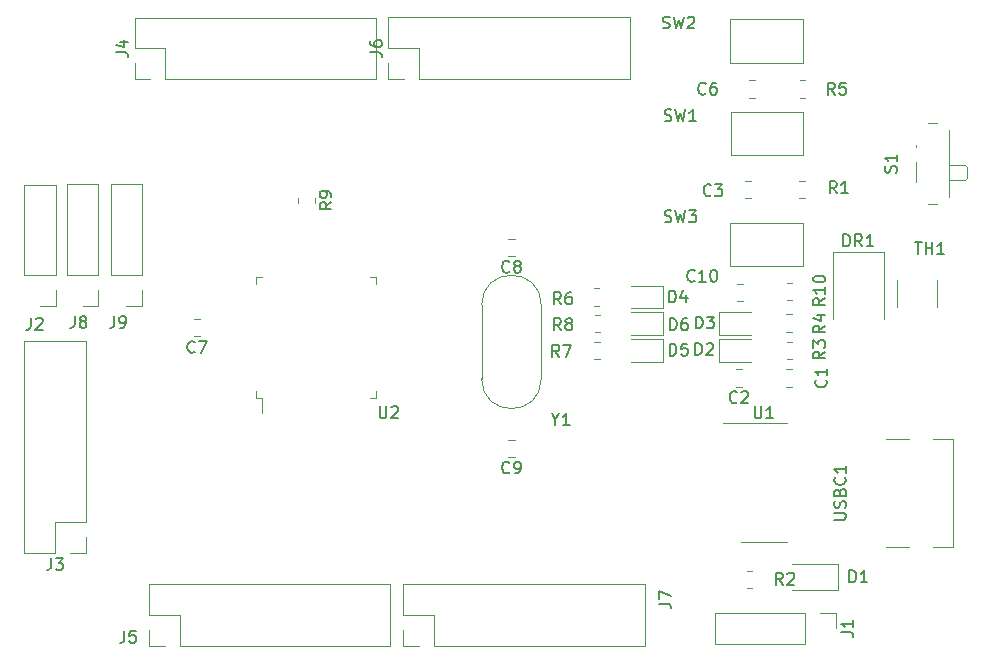
<source format=gbr>
%TF.GenerationSoftware,KiCad,Pcbnew,(6.0.4)*%
%TF.CreationDate,2022-05-14T14:59:47+08:00*%
%TF.ProjectId,51,35312e6b-6963-4616-945f-706362585858,rev?*%
%TF.SameCoordinates,Original*%
%TF.FileFunction,Legend,Top*%
%TF.FilePolarity,Positive*%
%FSLAX46Y46*%
G04 Gerber Fmt 4.6, Leading zero omitted, Abs format (unit mm)*
G04 Created by KiCad (PCBNEW (6.0.4)) date 2022-05-14 14:59:47*
%MOMM*%
%LPD*%
G01*
G04 APERTURE LIST*
%ADD10C,0.150000*%
%ADD11C,0.120000*%
G04 APERTURE END LIST*
D10*
%TO.C,TH1*%
X166814285Y-84652380D02*
X167385714Y-84652380D01*
X167100000Y-85652380D02*
X167100000Y-84652380D01*
X167719047Y-85652380D02*
X167719047Y-84652380D01*
X167719047Y-85128571D02*
X168290476Y-85128571D01*
X168290476Y-85652380D02*
X168290476Y-84652380D01*
X169290476Y-85652380D02*
X168719047Y-85652380D01*
X169004761Y-85652380D02*
X169004761Y-84652380D01*
X168909523Y-84795238D01*
X168814285Y-84890476D01*
X168719047Y-84938095D01*
%TO.C,C7*%
X105833333Y-93937142D02*
X105785714Y-93984761D01*
X105642857Y-94032380D01*
X105547619Y-94032380D01*
X105404761Y-93984761D01*
X105309523Y-93889523D01*
X105261904Y-93794285D01*
X105214285Y-93603809D01*
X105214285Y-93460952D01*
X105261904Y-93270476D01*
X105309523Y-93175238D01*
X105404761Y-93080000D01*
X105547619Y-93032380D01*
X105642857Y-93032380D01*
X105785714Y-93080000D01*
X105833333Y-93127619D01*
X106166666Y-93032380D02*
X106833333Y-93032380D01*
X106404761Y-94032380D01*
%TO.C,D2*%
X148224404Y-94202380D02*
X148224404Y-93202380D01*
X148462500Y-93202380D01*
X148605357Y-93250000D01*
X148700595Y-93345238D01*
X148748214Y-93440476D01*
X148795833Y-93630952D01*
X148795833Y-93773809D01*
X148748214Y-93964285D01*
X148700595Y-94059523D01*
X148605357Y-94154761D01*
X148462500Y-94202380D01*
X148224404Y-94202380D01*
X149176785Y-93297619D02*
X149224404Y-93250000D01*
X149319642Y-93202380D01*
X149557738Y-93202380D01*
X149652976Y-93250000D01*
X149700595Y-93297619D01*
X149748214Y-93392857D01*
X149748214Y-93488095D01*
X149700595Y-93630952D01*
X149129166Y-94202380D01*
X149748214Y-94202380D01*
%TO.C,C10*%
X148157142Y-87907142D02*
X148109523Y-87954761D01*
X147966666Y-88002380D01*
X147871428Y-88002380D01*
X147728571Y-87954761D01*
X147633333Y-87859523D01*
X147585714Y-87764285D01*
X147538095Y-87573809D01*
X147538095Y-87430952D01*
X147585714Y-87240476D01*
X147633333Y-87145238D01*
X147728571Y-87050000D01*
X147871428Y-87002380D01*
X147966666Y-87002380D01*
X148109523Y-87050000D01*
X148157142Y-87097619D01*
X149109523Y-88002380D02*
X148538095Y-88002380D01*
X148823809Y-88002380D02*
X148823809Y-87002380D01*
X148728571Y-87145238D01*
X148633333Y-87240476D01*
X148538095Y-87288095D01*
X149728571Y-87002380D02*
X149823809Y-87002380D01*
X149919047Y-87050000D01*
X149966666Y-87097619D01*
X150014285Y-87192857D01*
X150061904Y-87383333D01*
X150061904Y-87621428D01*
X150014285Y-87811904D01*
X149966666Y-87907142D01*
X149919047Y-87954761D01*
X149823809Y-88002380D01*
X149728571Y-88002380D01*
X149633333Y-87954761D01*
X149585714Y-87907142D01*
X149538095Y-87811904D01*
X149490476Y-87621428D01*
X149490476Y-87383333D01*
X149538095Y-87192857D01*
X149585714Y-87097619D01*
X149633333Y-87050000D01*
X149728571Y-87002380D01*
%TO.C,C1*%
X159257142Y-96316666D02*
X159304761Y-96364285D01*
X159352380Y-96507142D01*
X159352380Y-96602380D01*
X159304761Y-96745238D01*
X159209523Y-96840476D01*
X159114285Y-96888095D01*
X158923809Y-96935714D01*
X158780952Y-96935714D01*
X158590476Y-96888095D01*
X158495238Y-96840476D01*
X158400000Y-96745238D01*
X158352380Y-96602380D01*
X158352380Y-96507142D01*
X158400000Y-96364285D01*
X158447619Y-96316666D01*
X159352380Y-95364285D02*
X159352380Y-95935714D01*
X159352380Y-95650000D02*
X158352380Y-95650000D01*
X158495238Y-95745238D01*
X158590476Y-95840476D01*
X158638095Y-95935714D01*
%TO.C,D5*%
X146049404Y-94252380D02*
X146049404Y-93252380D01*
X146287500Y-93252380D01*
X146430357Y-93300000D01*
X146525595Y-93395238D01*
X146573214Y-93490476D01*
X146620833Y-93680952D01*
X146620833Y-93823809D01*
X146573214Y-94014285D01*
X146525595Y-94109523D01*
X146430357Y-94204761D01*
X146287500Y-94252380D01*
X146049404Y-94252380D01*
X147525595Y-93252380D02*
X147049404Y-93252380D01*
X147001785Y-93728571D01*
X147049404Y-93680952D01*
X147144642Y-93633333D01*
X147382738Y-93633333D01*
X147477976Y-93680952D01*
X147525595Y-93728571D01*
X147573214Y-93823809D01*
X147573214Y-94061904D01*
X147525595Y-94157142D01*
X147477976Y-94204761D01*
X147382738Y-94252380D01*
X147144642Y-94252380D01*
X147049404Y-94204761D01*
X147001785Y-94157142D01*
%TO.C,R2*%
X155633333Y-113652380D02*
X155300000Y-113176190D01*
X155061904Y-113652380D02*
X155061904Y-112652380D01*
X155442857Y-112652380D01*
X155538095Y-112700000D01*
X155585714Y-112747619D01*
X155633333Y-112842857D01*
X155633333Y-112985714D01*
X155585714Y-113080952D01*
X155538095Y-113128571D01*
X155442857Y-113176190D01*
X155061904Y-113176190D01*
X156014285Y-112747619D02*
X156061904Y-112700000D01*
X156157142Y-112652380D01*
X156395238Y-112652380D01*
X156490476Y-112700000D01*
X156538095Y-112747619D01*
X156585714Y-112842857D01*
X156585714Y-112938095D01*
X156538095Y-113080952D01*
X155966666Y-113652380D01*
X156585714Y-113652380D01*
%TO.C,USBC1*%
X159972380Y-108138095D02*
X160781904Y-108138095D01*
X160877142Y-108090476D01*
X160924761Y-108042857D01*
X160972380Y-107947619D01*
X160972380Y-107757142D01*
X160924761Y-107661904D01*
X160877142Y-107614285D01*
X160781904Y-107566666D01*
X159972380Y-107566666D01*
X160924761Y-107138095D02*
X160972380Y-106995238D01*
X160972380Y-106757142D01*
X160924761Y-106661904D01*
X160877142Y-106614285D01*
X160781904Y-106566666D01*
X160686666Y-106566666D01*
X160591428Y-106614285D01*
X160543809Y-106661904D01*
X160496190Y-106757142D01*
X160448571Y-106947619D01*
X160400952Y-107042857D01*
X160353333Y-107090476D01*
X160258095Y-107138095D01*
X160162857Y-107138095D01*
X160067619Y-107090476D01*
X160020000Y-107042857D01*
X159972380Y-106947619D01*
X159972380Y-106709523D01*
X160020000Y-106566666D01*
X160448571Y-105804761D02*
X160496190Y-105661904D01*
X160543809Y-105614285D01*
X160639047Y-105566666D01*
X160781904Y-105566666D01*
X160877142Y-105614285D01*
X160924761Y-105661904D01*
X160972380Y-105757142D01*
X160972380Y-106138095D01*
X159972380Y-106138095D01*
X159972380Y-105804761D01*
X160020000Y-105709523D01*
X160067619Y-105661904D01*
X160162857Y-105614285D01*
X160258095Y-105614285D01*
X160353333Y-105661904D01*
X160400952Y-105709523D01*
X160448571Y-105804761D01*
X160448571Y-106138095D01*
X160877142Y-104566666D02*
X160924761Y-104614285D01*
X160972380Y-104757142D01*
X160972380Y-104852380D01*
X160924761Y-104995238D01*
X160829523Y-105090476D01*
X160734285Y-105138095D01*
X160543809Y-105185714D01*
X160400952Y-105185714D01*
X160210476Y-105138095D01*
X160115238Y-105090476D01*
X160020000Y-104995238D01*
X159972380Y-104852380D01*
X159972380Y-104757142D01*
X160020000Y-104614285D01*
X160067619Y-104566666D01*
X160972380Y-103614285D02*
X160972380Y-104185714D01*
X160972380Y-103900000D02*
X159972380Y-103900000D01*
X160115238Y-103995238D01*
X160210476Y-104090476D01*
X160258095Y-104185714D01*
%TO.C,C2*%
X151733333Y-98187142D02*
X151685714Y-98234761D01*
X151542857Y-98282380D01*
X151447619Y-98282380D01*
X151304761Y-98234761D01*
X151209523Y-98139523D01*
X151161904Y-98044285D01*
X151114285Y-97853809D01*
X151114285Y-97710952D01*
X151161904Y-97520476D01*
X151209523Y-97425238D01*
X151304761Y-97330000D01*
X151447619Y-97282380D01*
X151542857Y-97282380D01*
X151685714Y-97330000D01*
X151733333Y-97377619D01*
X152114285Y-97377619D02*
X152161904Y-97330000D01*
X152257142Y-97282380D01*
X152495238Y-97282380D01*
X152590476Y-97330000D01*
X152638095Y-97377619D01*
X152685714Y-97472857D01*
X152685714Y-97568095D01*
X152638095Y-97710952D01*
X152066666Y-98282380D01*
X152685714Y-98282380D01*
%TO.C,R8*%
X136833333Y-92102380D02*
X136500000Y-91626190D01*
X136261904Y-92102380D02*
X136261904Y-91102380D01*
X136642857Y-91102380D01*
X136738095Y-91150000D01*
X136785714Y-91197619D01*
X136833333Y-91292857D01*
X136833333Y-91435714D01*
X136785714Y-91530952D01*
X136738095Y-91578571D01*
X136642857Y-91626190D01*
X136261904Y-91626190D01*
X137404761Y-91530952D02*
X137309523Y-91483333D01*
X137261904Y-91435714D01*
X137214285Y-91340476D01*
X137214285Y-91292857D01*
X137261904Y-91197619D01*
X137309523Y-91150000D01*
X137404761Y-91102380D01*
X137595238Y-91102380D01*
X137690476Y-91150000D01*
X137738095Y-91197619D01*
X137785714Y-91292857D01*
X137785714Y-91340476D01*
X137738095Y-91435714D01*
X137690476Y-91483333D01*
X137595238Y-91530952D01*
X137404761Y-91530952D01*
X137309523Y-91578571D01*
X137261904Y-91626190D01*
X137214285Y-91721428D01*
X137214285Y-91911904D01*
X137261904Y-92007142D01*
X137309523Y-92054761D01*
X137404761Y-92102380D01*
X137595238Y-92102380D01*
X137690476Y-92054761D01*
X137738095Y-92007142D01*
X137785714Y-91911904D01*
X137785714Y-91721428D01*
X137738095Y-91626190D01*
X137690476Y-91578571D01*
X137595238Y-91530952D01*
%TO.C,J5*%
X99866666Y-117552380D02*
X99866666Y-118266666D01*
X99819047Y-118409523D01*
X99723809Y-118504761D01*
X99580952Y-118552380D01*
X99485714Y-118552380D01*
X100819047Y-117552380D02*
X100342857Y-117552380D01*
X100295238Y-118028571D01*
X100342857Y-117980952D01*
X100438095Y-117933333D01*
X100676190Y-117933333D01*
X100771428Y-117980952D01*
X100819047Y-118028571D01*
X100866666Y-118123809D01*
X100866666Y-118361904D01*
X100819047Y-118457142D01*
X100771428Y-118504761D01*
X100676190Y-118552380D01*
X100438095Y-118552380D01*
X100342857Y-118504761D01*
X100295238Y-118457142D01*
%TO.C,J7*%
X145152380Y-115268333D02*
X145866666Y-115268333D01*
X146009523Y-115315952D01*
X146104761Y-115411190D01*
X146152380Y-115554047D01*
X146152380Y-115649285D01*
X145152380Y-114887380D02*
X145152380Y-114220714D01*
X146152380Y-114649285D01*
%TO.C,C6*%
X149083333Y-72057142D02*
X149035714Y-72104761D01*
X148892857Y-72152380D01*
X148797619Y-72152380D01*
X148654761Y-72104761D01*
X148559523Y-72009523D01*
X148511904Y-71914285D01*
X148464285Y-71723809D01*
X148464285Y-71580952D01*
X148511904Y-71390476D01*
X148559523Y-71295238D01*
X148654761Y-71200000D01*
X148797619Y-71152380D01*
X148892857Y-71152380D01*
X149035714Y-71200000D01*
X149083333Y-71247619D01*
X149940476Y-71152380D02*
X149750000Y-71152380D01*
X149654761Y-71200000D01*
X149607142Y-71247619D01*
X149511904Y-71390476D01*
X149464285Y-71580952D01*
X149464285Y-71961904D01*
X149511904Y-72057142D01*
X149559523Y-72104761D01*
X149654761Y-72152380D01*
X149845238Y-72152380D01*
X149940476Y-72104761D01*
X149988095Y-72057142D01*
X150035714Y-71961904D01*
X150035714Y-71723809D01*
X149988095Y-71628571D01*
X149940476Y-71580952D01*
X149845238Y-71533333D01*
X149654761Y-71533333D01*
X149559523Y-71580952D01*
X149511904Y-71628571D01*
X149464285Y-71723809D01*
%TO.C,J1*%
X160582380Y-117683333D02*
X161296666Y-117683333D01*
X161439523Y-117730952D01*
X161534761Y-117826190D01*
X161582380Y-117969047D01*
X161582380Y-118064285D01*
X161582380Y-116683333D02*
X161582380Y-117254761D01*
X161582380Y-116969047D02*
X160582380Y-116969047D01*
X160725238Y-117064285D01*
X160820476Y-117159523D01*
X160868095Y-117254761D01*
%TO.C,Y1*%
X136373809Y-99676190D02*
X136373809Y-100152380D01*
X136040476Y-99152380D02*
X136373809Y-99676190D01*
X136707142Y-99152380D01*
X137564285Y-100152380D02*
X136992857Y-100152380D01*
X137278571Y-100152380D02*
X137278571Y-99152380D01*
X137183333Y-99295238D01*
X137088095Y-99390476D01*
X136992857Y-99438095D01*
%TO.C,C9*%
X132483333Y-104137142D02*
X132435714Y-104184761D01*
X132292857Y-104232380D01*
X132197619Y-104232380D01*
X132054761Y-104184761D01*
X131959523Y-104089523D01*
X131911904Y-103994285D01*
X131864285Y-103803809D01*
X131864285Y-103660952D01*
X131911904Y-103470476D01*
X131959523Y-103375238D01*
X132054761Y-103280000D01*
X132197619Y-103232380D01*
X132292857Y-103232380D01*
X132435714Y-103280000D01*
X132483333Y-103327619D01*
X132959523Y-104232380D02*
X133150000Y-104232380D01*
X133245238Y-104184761D01*
X133292857Y-104137142D01*
X133388095Y-103994285D01*
X133435714Y-103803809D01*
X133435714Y-103422857D01*
X133388095Y-103327619D01*
X133340476Y-103280000D01*
X133245238Y-103232380D01*
X133054761Y-103232380D01*
X132959523Y-103280000D01*
X132911904Y-103327619D01*
X132864285Y-103422857D01*
X132864285Y-103660952D01*
X132911904Y-103756190D01*
X132959523Y-103803809D01*
X133054761Y-103851428D01*
X133245238Y-103851428D01*
X133340476Y-103803809D01*
X133388095Y-103756190D01*
X133435714Y-103660952D01*
%TO.C,SW1*%
X145616666Y-74354761D02*
X145759523Y-74402380D01*
X145997619Y-74402380D01*
X146092857Y-74354761D01*
X146140476Y-74307142D01*
X146188095Y-74211904D01*
X146188095Y-74116666D01*
X146140476Y-74021428D01*
X146092857Y-73973809D01*
X145997619Y-73926190D01*
X145807142Y-73878571D01*
X145711904Y-73830952D01*
X145664285Y-73783333D01*
X145616666Y-73688095D01*
X145616666Y-73592857D01*
X145664285Y-73497619D01*
X145711904Y-73450000D01*
X145807142Y-73402380D01*
X146045238Y-73402380D01*
X146188095Y-73450000D01*
X146521428Y-73402380D02*
X146759523Y-74402380D01*
X146950000Y-73688095D01*
X147140476Y-74402380D01*
X147378571Y-73402380D01*
X148283333Y-74402380D02*
X147711904Y-74402380D01*
X147997619Y-74402380D02*
X147997619Y-73402380D01*
X147902380Y-73545238D01*
X147807142Y-73640476D01*
X147711904Y-73688095D01*
%TO.C,C8*%
X132483333Y-87137142D02*
X132435714Y-87184761D01*
X132292857Y-87232380D01*
X132197619Y-87232380D01*
X132054761Y-87184761D01*
X131959523Y-87089523D01*
X131911904Y-86994285D01*
X131864285Y-86803809D01*
X131864285Y-86660952D01*
X131911904Y-86470476D01*
X131959523Y-86375238D01*
X132054761Y-86280000D01*
X132197619Y-86232380D01*
X132292857Y-86232380D01*
X132435714Y-86280000D01*
X132483333Y-86327619D01*
X133054761Y-86660952D02*
X132959523Y-86613333D01*
X132911904Y-86565714D01*
X132864285Y-86470476D01*
X132864285Y-86422857D01*
X132911904Y-86327619D01*
X132959523Y-86280000D01*
X133054761Y-86232380D01*
X133245238Y-86232380D01*
X133340476Y-86280000D01*
X133388095Y-86327619D01*
X133435714Y-86422857D01*
X133435714Y-86470476D01*
X133388095Y-86565714D01*
X133340476Y-86613333D01*
X133245238Y-86660952D01*
X133054761Y-86660952D01*
X132959523Y-86708571D01*
X132911904Y-86756190D01*
X132864285Y-86851428D01*
X132864285Y-87041904D01*
X132911904Y-87137142D01*
X132959523Y-87184761D01*
X133054761Y-87232380D01*
X133245238Y-87232380D01*
X133340476Y-87184761D01*
X133388095Y-87137142D01*
X133435714Y-87041904D01*
X133435714Y-86851428D01*
X133388095Y-86756190D01*
X133340476Y-86708571D01*
X133245238Y-86660952D01*
%TO.C,J6*%
X120672380Y-68563333D02*
X121386666Y-68563333D01*
X121529523Y-68610952D01*
X121624761Y-68706190D01*
X121672380Y-68849047D01*
X121672380Y-68944285D01*
X120672380Y-67658571D02*
X120672380Y-67849047D01*
X120720000Y-67944285D01*
X120767619Y-67991904D01*
X120910476Y-68087142D01*
X121100952Y-68134761D01*
X121481904Y-68134761D01*
X121577142Y-68087142D01*
X121624761Y-68039523D01*
X121672380Y-67944285D01*
X121672380Y-67753809D01*
X121624761Y-67658571D01*
X121577142Y-67610952D01*
X121481904Y-67563333D01*
X121243809Y-67563333D01*
X121148571Y-67610952D01*
X121100952Y-67658571D01*
X121053333Y-67753809D01*
X121053333Y-67944285D01*
X121100952Y-68039523D01*
X121148571Y-68087142D01*
X121243809Y-68134761D01*
%TO.C,D6*%
X146061904Y-92102380D02*
X146061904Y-91102380D01*
X146300000Y-91102380D01*
X146442857Y-91150000D01*
X146538095Y-91245238D01*
X146585714Y-91340476D01*
X146633333Y-91530952D01*
X146633333Y-91673809D01*
X146585714Y-91864285D01*
X146538095Y-91959523D01*
X146442857Y-92054761D01*
X146300000Y-92102380D01*
X146061904Y-92102380D01*
X147490476Y-91102380D02*
X147300000Y-91102380D01*
X147204761Y-91150000D01*
X147157142Y-91197619D01*
X147061904Y-91340476D01*
X147014285Y-91530952D01*
X147014285Y-91911904D01*
X147061904Y-92007142D01*
X147109523Y-92054761D01*
X147204761Y-92102380D01*
X147395238Y-92102380D01*
X147490476Y-92054761D01*
X147538095Y-92007142D01*
X147585714Y-91911904D01*
X147585714Y-91673809D01*
X147538095Y-91578571D01*
X147490476Y-91530952D01*
X147395238Y-91483333D01*
X147204761Y-91483333D01*
X147109523Y-91530952D01*
X147061904Y-91578571D01*
X147014285Y-91673809D01*
%TO.C,SW3*%
X145616666Y-82904761D02*
X145759523Y-82952380D01*
X145997619Y-82952380D01*
X146092857Y-82904761D01*
X146140476Y-82857142D01*
X146188095Y-82761904D01*
X146188095Y-82666666D01*
X146140476Y-82571428D01*
X146092857Y-82523809D01*
X145997619Y-82476190D01*
X145807142Y-82428571D01*
X145711904Y-82380952D01*
X145664285Y-82333333D01*
X145616666Y-82238095D01*
X145616666Y-82142857D01*
X145664285Y-82047619D01*
X145711904Y-82000000D01*
X145807142Y-81952380D01*
X146045238Y-81952380D01*
X146188095Y-82000000D01*
X146521428Y-81952380D02*
X146759523Y-82952380D01*
X146950000Y-82238095D01*
X147140476Y-82952380D01*
X147378571Y-81952380D01*
X147664285Y-81952380D02*
X148283333Y-81952380D01*
X147950000Y-82333333D01*
X148092857Y-82333333D01*
X148188095Y-82380952D01*
X148235714Y-82428571D01*
X148283333Y-82523809D01*
X148283333Y-82761904D01*
X148235714Y-82857142D01*
X148188095Y-82904761D01*
X148092857Y-82952380D01*
X147807142Y-82952380D01*
X147711904Y-82904761D01*
X147664285Y-82857142D01*
%TO.C,J4*%
X99197380Y-68588333D02*
X99911666Y-68588333D01*
X100054523Y-68635952D01*
X100149761Y-68731190D01*
X100197380Y-68874047D01*
X100197380Y-68969285D01*
X99530714Y-67683571D02*
X100197380Y-67683571D01*
X99149761Y-67921666D02*
X99864047Y-68159761D01*
X99864047Y-67540714D01*
%TO.C,J2*%
X91966666Y-91052380D02*
X91966666Y-91766666D01*
X91919047Y-91909523D01*
X91823809Y-92004761D01*
X91680952Y-92052380D01*
X91585714Y-92052380D01*
X92395238Y-91147619D02*
X92442857Y-91100000D01*
X92538095Y-91052380D01*
X92776190Y-91052380D01*
X92871428Y-91100000D01*
X92919047Y-91147619D01*
X92966666Y-91242857D01*
X92966666Y-91338095D01*
X92919047Y-91480952D01*
X92347619Y-92052380D01*
X92966666Y-92052380D01*
%TO.C,U2*%
X121488095Y-98552380D02*
X121488095Y-99361904D01*
X121535714Y-99457142D01*
X121583333Y-99504761D01*
X121678571Y-99552380D01*
X121869047Y-99552380D01*
X121964285Y-99504761D01*
X122011904Y-99457142D01*
X122059523Y-99361904D01*
X122059523Y-98552380D01*
X122488095Y-98647619D02*
X122535714Y-98600000D01*
X122630952Y-98552380D01*
X122869047Y-98552380D01*
X122964285Y-98600000D01*
X123011904Y-98647619D01*
X123059523Y-98742857D01*
X123059523Y-98838095D01*
X123011904Y-98980952D01*
X122440476Y-99552380D01*
X123059523Y-99552380D01*
%TO.C,R6*%
X136833333Y-89902380D02*
X136500000Y-89426190D01*
X136261904Y-89902380D02*
X136261904Y-88902380D01*
X136642857Y-88902380D01*
X136738095Y-88950000D01*
X136785714Y-88997619D01*
X136833333Y-89092857D01*
X136833333Y-89235714D01*
X136785714Y-89330952D01*
X136738095Y-89378571D01*
X136642857Y-89426190D01*
X136261904Y-89426190D01*
X137690476Y-88902380D02*
X137500000Y-88902380D01*
X137404761Y-88950000D01*
X137357142Y-88997619D01*
X137261904Y-89140476D01*
X137214285Y-89330952D01*
X137214285Y-89711904D01*
X137261904Y-89807142D01*
X137309523Y-89854761D01*
X137404761Y-89902380D01*
X137595238Y-89902380D01*
X137690476Y-89854761D01*
X137738095Y-89807142D01*
X137785714Y-89711904D01*
X137785714Y-89473809D01*
X137738095Y-89378571D01*
X137690476Y-89330952D01*
X137595238Y-89283333D01*
X137404761Y-89283333D01*
X137309523Y-89330952D01*
X137261904Y-89378571D01*
X137214285Y-89473809D01*
%TO.C,R4*%
X159202380Y-91716666D02*
X158726190Y-92050000D01*
X159202380Y-92288095D02*
X158202380Y-92288095D01*
X158202380Y-91907142D01*
X158250000Y-91811904D01*
X158297619Y-91764285D01*
X158392857Y-91716666D01*
X158535714Y-91716666D01*
X158630952Y-91764285D01*
X158678571Y-91811904D01*
X158726190Y-91907142D01*
X158726190Y-92288095D01*
X158535714Y-90859523D02*
X159202380Y-90859523D01*
X158154761Y-91097619D02*
X158869047Y-91335714D01*
X158869047Y-90716666D01*
%TO.C,C3*%
X149533333Y-80657142D02*
X149485714Y-80704761D01*
X149342857Y-80752380D01*
X149247619Y-80752380D01*
X149104761Y-80704761D01*
X149009523Y-80609523D01*
X148961904Y-80514285D01*
X148914285Y-80323809D01*
X148914285Y-80180952D01*
X148961904Y-79990476D01*
X149009523Y-79895238D01*
X149104761Y-79800000D01*
X149247619Y-79752380D01*
X149342857Y-79752380D01*
X149485714Y-79800000D01*
X149533333Y-79847619D01*
X149866666Y-79752380D02*
X150485714Y-79752380D01*
X150152380Y-80133333D01*
X150295238Y-80133333D01*
X150390476Y-80180952D01*
X150438095Y-80228571D01*
X150485714Y-80323809D01*
X150485714Y-80561904D01*
X150438095Y-80657142D01*
X150390476Y-80704761D01*
X150295238Y-80752380D01*
X150009523Y-80752380D01*
X149914285Y-80704761D01*
X149866666Y-80657142D01*
%TO.C,R3*%
X159202380Y-93916666D02*
X158726190Y-94250000D01*
X159202380Y-94488095D02*
X158202380Y-94488095D01*
X158202380Y-94107142D01*
X158250000Y-94011904D01*
X158297619Y-93964285D01*
X158392857Y-93916666D01*
X158535714Y-93916666D01*
X158630952Y-93964285D01*
X158678571Y-94011904D01*
X158726190Y-94107142D01*
X158726190Y-94488095D01*
X158202380Y-93583333D02*
X158202380Y-92964285D01*
X158583333Y-93297619D01*
X158583333Y-93154761D01*
X158630952Y-93059523D01*
X158678571Y-93011904D01*
X158773809Y-92964285D01*
X159011904Y-92964285D01*
X159107142Y-93011904D01*
X159154761Y-93059523D01*
X159202380Y-93154761D01*
X159202380Y-93440476D01*
X159154761Y-93535714D01*
X159107142Y-93583333D01*
%TO.C,S1*%
X165204761Y-78761904D02*
X165252380Y-78619047D01*
X165252380Y-78380952D01*
X165204761Y-78285714D01*
X165157142Y-78238095D01*
X165061904Y-78190476D01*
X164966666Y-78190476D01*
X164871428Y-78238095D01*
X164823809Y-78285714D01*
X164776190Y-78380952D01*
X164728571Y-78571428D01*
X164680952Y-78666666D01*
X164633333Y-78714285D01*
X164538095Y-78761904D01*
X164442857Y-78761904D01*
X164347619Y-78714285D01*
X164300000Y-78666666D01*
X164252380Y-78571428D01*
X164252380Y-78333333D01*
X164300000Y-78190476D01*
X165252380Y-77238095D02*
X165252380Y-77809523D01*
X165252380Y-77523809D02*
X164252380Y-77523809D01*
X164395238Y-77619047D01*
X164490476Y-77714285D01*
X164538095Y-77809523D01*
%TO.C,U1*%
X153238095Y-98552380D02*
X153238095Y-99361904D01*
X153285714Y-99457142D01*
X153333333Y-99504761D01*
X153428571Y-99552380D01*
X153619047Y-99552380D01*
X153714285Y-99504761D01*
X153761904Y-99457142D01*
X153809523Y-99361904D01*
X153809523Y-98552380D01*
X154809523Y-99552380D02*
X154238095Y-99552380D01*
X154523809Y-99552380D02*
X154523809Y-98552380D01*
X154428571Y-98695238D01*
X154333333Y-98790476D01*
X154238095Y-98838095D01*
%TO.C,D4*%
X145999404Y-89752380D02*
X145999404Y-88752380D01*
X146237500Y-88752380D01*
X146380357Y-88800000D01*
X146475595Y-88895238D01*
X146523214Y-88990476D01*
X146570833Y-89180952D01*
X146570833Y-89323809D01*
X146523214Y-89514285D01*
X146475595Y-89609523D01*
X146380357Y-89704761D01*
X146237500Y-89752380D01*
X145999404Y-89752380D01*
X147427976Y-89085714D02*
X147427976Y-89752380D01*
X147189880Y-88704761D02*
X146951785Y-89419047D01*
X147570833Y-89419047D01*
%TO.C,R5*%
X160033333Y-72152380D02*
X159700000Y-71676190D01*
X159461904Y-72152380D02*
X159461904Y-71152380D01*
X159842857Y-71152380D01*
X159938095Y-71200000D01*
X159985714Y-71247619D01*
X160033333Y-71342857D01*
X160033333Y-71485714D01*
X159985714Y-71580952D01*
X159938095Y-71628571D01*
X159842857Y-71676190D01*
X159461904Y-71676190D01*
X160938095Y-71152380D02*
X160461904Y-71152380D01*
X160414285Y-71628571D01*
X160461904Y-71580952D01*
X160557142Y-71533333D01*
X160795238Y-71533333D01*
X160890476Y-71580952D01*
X160938095Y-71628571D01*
X160985714Y-71723809D01*
X160985714Y-71961904D01*
X160938095Y-72057142D01*
X160890476Y-72104761D01*
X160795238Y-72152380D01*
X160557142Y-72152380D01*
X160461904Y-72104761D01*
X160414285Y-72057142D01*
%TO.C,J9*%
X99016666Y-90902380D02*
X99016666Y-91616666D01*
X98969047Y-91759523D01*
X98873809Y-91854761D01*
X98730952Y-91902380D01*
X98635714Y-91902380D01*
X99540476Y-91902380D02*
X99730952Y-91902380D01*
X99826190Y-91854761D01*
X99873809Y-91807142D01*
X99969047Y-91664285D01*
X100016666Y-91473809D01*
X100016666Y-91092857D01*
X99969047Y-90997619D01*
X99921428Y-90950000D01*
X99826190Y-90902380D01*
X99635714Y-90902380D01*
X99540476Y-90950000D01*
X99492857Y-90997619D01*
X99445238Y-91092857D01*
X99445238Y-91330952D01*
X99492857Y-91426190D01*
X99540476Y-91473809D01*
X99635714Y-91521428D01*
X99826190Y-91521428D01*
X99921428Y-91473809D01*
X99969047Y-91426190D01*
X100016666Y-91330952D01*
%TO.C,R9*%
X117402380Y-81266666D02*
X116926190Y-81600000D01*
X117402380Y-81838095D02*
X116402380Y-81838095D01*
X116402380Y-81457142D01*
X116450000Y-81361904D01*
X116497619Y-81314285D01*
X116592857Y-81266666D01*
X116735714Y-81266666D01*
X116830952Y-81314285D01*
X116878571Y-81361904D01*
X116926190Y-81457142D01*
X116926190Y-81838095D01*
X117402380Y-80790476D02*
X117402380Y-80600000D01*
X117354761Y-80504761D01*
X117307142Y-80457142D01*
X117164285Y-80361904D01*
X116973809Y-80314285D01*
X116592857Y-80314285D01*
X116497619Y-80361904D01*
X116450000Y-80409523D01*
X116402380Y-80504761D01*
X116402380Y-80695238D01*
X116450000Y-80790476D01*
X116497619Y-80838095D01*
X116592857Y-80885714D01*
X116830952Y-80885714D01*
X116926190Y-80838095D01*
X116973809Y-80790476D01*
X117021428Y-80695238D01*
X117021428Y-80504761D01*
X116973809Y-80409523D01*
X116926190Y-80361904D01*
X116830952Y-80314285D01*
%TO.C,J3*%
X93671666Y-111407380D02*
X93671666Y-112121666D01*
X93624047Y-112264523D01*
X93528809Y-112359761D01*
X93385952Y-112407380D01*
X93290714Y-112407380D01*
X94052619Y-111407380D02*
X94671666Y-111407380D01*
X94338333Y-111788333D01*
X94481190Y-111788333D01*
X94576428Y-111835952D01*
X94624047Y-111883571D01*
X94671666Y-111978809D01*
X94671666Y-112216904D01*
X94624047Y-112312142D01*
X94576428Y-112359761D01*
X94481190Y-112407380D01*
X94195476Y-112407380D01*
X94100238Y-112359761D01*
X94052619Y-112312142D01*
%TO.C,R7*%
X136683333Y-94352380D02*
X136350000Y-93876190D01*
X136111904Y-94352380D02*
X136111904Y-93352380D01*
X136492857Y-93352380D01*
X136588095Y-93400000D01*
X136635714Y-93447619D01*
X136683333Y-93542857D01*
X136683333Y-93685714D01*
X136635714Y-93780952D01*
X136588095Y-93828571D01*
X136492857Y-93876190D01*
X136111904Y-93876190D01*
X137016666Y-93352380D02*
X137683333Y-93352380D01*
X137254761Y-94352380D01*
%TO.C,R1*%
X160183333Y-80502380D02*
X159850000Y-80026190D01*
X159611904Y-80502380D02*
X159611904Y-79502380D01*
X159992857Y-79502380D01*
X160088095Y-79550000D01*
X160135714Y-79597619D01*
X160183333Y-79692857D01*
X160183333Y-79835714D01*
X160135714Y-79930952D01*
X160088095Y-79978571D01*
X159992857Y-80026190D01*
X159611904Y-80026190D01*
X161135714Y-80502380D02*
X160564285Y-80502380D01*
X160850000Y-80502380D02*
X160850000Y-79502380D01*
X160754761Y-79645238D01*
X160659523Y-79740476D01*
X160564285Y-79788095D01*
%TO.C,DR1*%
X160761904Y-85002380D02*
X160761904Y-84002380D01*
X161000000Y-84002380D01*
X161142857Y-84050000D01*
X161238095Y-84145238D01*
X161285714Y-84240476D01*
X161333333Y-84430952D01*
X161333333Y-84573809D01*
X161285714Y-84764285D01*
X161238095Y-84859523D01*
X161142857Y-84954761D01*
X161000000Y-85002380D01*
X160761904Y-85002380D01*
X162333333Y-85002380D02*
X162000000Y-84526190D01*
X161761904Y-85002380D02*
X161761904Y-84002380D01*
X162142857Y-84002380D01*
X162238095Y-84050000D01*
X162285714Y-84097619D01*
X162333333Y-84192857D01*
X162333333Y-84335714D01*
X162285714Y-84430952D01*
X162238095Y-84478571D01*
X162142857Y-84526190D01*
X161761904Y-84526190D01*
X163285714Y-85002380D02*
X162714285Y-85002380D01*
X163000000Y-85002380D02*
X163000000Y-84002380D01*
X162904761Y-84145238D01*
X162809523Y-84240476D01*
X162714285Y-84288095D01*
%TO.C,D1*%
X161261904Y-113452380D02*
X161261904Y-112452380D01*
X161500000Y-112452380D01*
X161642857Y-112500000D01*
X161738095Y-112595238D01*
X161785714Y-112690476D01*
X161833333Y-112880952D01*
X161833333Y-113023809D01*
X161785714Y-113214285D01*
X161738095Y-113309523D01*
X161642857Y-113404761D01*
X161500000Y-113452380D01*
X161261904Y-113452380D01*
X162785714Y-113452380D02*
X162214285Y-113452380D01*
X162500000Y-113452380D02*
X162500000Y-112452380D01*
X162404761Y-112595238D01*
X162309523Y-112690476D01*
X162214285Y-112738095D01*
%TO.C,R10*%
X159202380Y-89392857D02*
X158726190Y-89726190D01*
X159202380Y-89964285D02*
X158202380Y-89964285D01*
X158202380Y-89583333D01*
X158250000Y-89488095D01*
X158297619Y-89440476D01*
X158392857Y-89392857D01*
X158535714Y-89392857D01*
X158630952Y-89440476D01*
X158678571Y-89488095D01*
X158726190Y-89583333D01*
X158726190Y-89964285D01*
X159202380Y-88440476D02*
X159202380Y-89011904D01*
X159202380Y-88726190D02*
X158202380Y-88726190D01*
X158345238Y-88821428D01*
X158440476Y-88916666D01*
X158488095Y-89011904D01*
X158202380Y-87821428D02*
X158202380Y-87726190D01*
X158250000Y-87630952D01*
X158297619Y-87583333D01*
X158392857Y-87535714D01*
X158583333Y-87488095D01*
X158821428Y-87488095D01*
X159011904Y-87535714D01*
X159107142Y-87583333D01*
X159154761Y-87630952D01*
X159202380Y-87726190D01*
X159202380Y-87821428D01*
X159154761Y-87916666D01*
X159107142Y-87964285D01*
X159011904Y-88011904D01*
X158821428Y-88059523D01*
X158583333Y-88059523D01*
X158392857Y-88011904D01*
X158297619Y-87964285D01*
X158250000Y-87916666D01*
X158202380Y-87821428D01*
%TO.C,D3*%
X148261904Y-91952380D02*
X148261904Y-90952380D01*
X148500000Y-90952380D01*
X148642857Y-91000000D01*
X148738095Y-91095238D01*
X148785714Y-91190476D01*
X148833333Y-91380952D01*
X148833333Y-91523809D01*
X148785714Y-91714285D01*
X148738095Y-91809523D01*
X148642857Y-91904761D01*
X148500000Y-91952380D01*
X148261904Y-91952380D01*
X149166666Y-90952380D02*
X149785714Y-90952380D01*
X149452380Y-91333333D01*
X149595238Y-91333333D01*
X149690476Y-91380952D01*
X149738095Y-91428571D01*
X149785714Y-91523809D01*
X149785714Y-91761904D01*
X149738095Y-91857142D01*
X149690476Y-91904761D01*
X149595238Y-91952380D01*
X149309523Y-91952380D01*
X149214285Y-91904761D01*
X149166666Y-91857142D01*
%TO.C,SW2*%
X145466666Y-66504761D02*
X145609523Y-66552380D01*
X145847619Y-66552380D01*
X145942857Y-66504761D01*
X145990476Y-66457142D01*
X146038095Y-66361904D01*
X146038095Y-66266666D01*
X145990476Y-66171428D01*
X145942857Y-66123809D01*
X145847619Y-66076190D01*
X145657142Y-66028571D01*
X145561904Y-65980952D01*
X145514285Y-65933333D01*
X145466666Y-65838095D01*
X145466666Y-65742857D01*
X145514285Y-65647619D01*
X145561904Y-65600000D01*
X145657142Y-65552380D01*
X145895238Y-65552380D01*
X146038095Y-65600000D01*
X146371428Y-65552380D02*
X146609523Y-66552380D01*
X146800000Y-65838095D01*
X146990476Y-66552380D01*
X147228571Y-65552380D01*
X147561904Y-65647619D02*
X147609523Y-65600000D01*
X147704761Y-65552380D01*
X147942857Y-65552380D01*
X148038095Y-65600000D01*
X148085714Y-65647619D01*
X148133333Y-65742857D01*
X148133333Y-65838095D01*
X148085714Y-65980952D01*
X147514285Y-66552380D01*
X148133333Y-66552380D01*
%TO.C,J8*%
X95666666Y-90902380D02*
X95666666Y-91616666D01*
X95619047Y-91759523D01*
X95523809Y-91854761D01*
X95380952Y-91902380D01*
X95285714Y-91902380D01*
X96285714Y-91330952D02*
X96190476Y-91283333D01*
X96142857Y-91235714D01*
X96095238Y-91140476D01*
X96095238Y-91092857D01*
X96142857Y-90997619D01*
X96190476Y-90950000D01*
X96285714Y-90902380D01*
X96476190Y-90902380D01*
X96571428Y-90950000D01*
X96619047Y-90997619D01*
X96666666Y-91092857D01*
X96666666Y-91140476D01*
X96619047Y-91235714D01*
X96571428Y-91283333D01*
X96476190Y-91330952D01*
X96285714Y-91330952D01*
X96190476Y-91378571D01*
X96142857Y-91426190D01*
X96095238Y-91521428D01*
X96095238Y-91711904D01*
X96142857Y-91807142D01*
X96190476Y-91854761D01*
X96285714Y-91902380D01*
X96476190Y-91902380D01*
X96571428Y-91854761D01*
X96619047Y-91807142D01*
X96666666Y-91711904D01*
X96666666Y-91521428D01*
X96619047Y-91426190D01*
X96571428Y-91378571D01*
X96476190Y-91330952D01*
D11*
%TO.C,TH1*%
X168710000Y-87838748D02*
X168710000Y-90161252D01*
X165290000Y-87838748D02*
X165290000Y-90161252D01*
%TO.C,C7*%
X106261252Y-92635000D02*
X105738748Y-92635000D01*
X106261252Y-91165000D02*
X105738748Y-91165000D01*
%TO.C,D2*%
X152900000Y-92840000D02*
X150215000Y-92840000D01*
X150215000Y-94760000D02*
X152900000Y-94760000D01*
X150215000Y-92840000D02*
X150215000Y-94760000D01*
%TO.C,C10*%
X151738748Y-89635000D02*
X152261252Y-89635000D01*
X151738748Y-88165000D02*
X152261252Y-88165000D01*
%TO.C,C1*%
X156411252Y-96885000D02*
X155888748Y-96885000D01*
X156411252Y-95415000D02*
X155888748Y-95415000D01*
%TO.C,D5*%
X145472500Y-94810000D02*
X145472500Y-92890000D01*
X145472500Y-92890000D02*
X142787500Y-92890000D01*
X142787500Y-94810000D02*
X145472500Y-94810000D01*
%TO.C,R2*%
X153027064Y-112465000D02*
X152572936Y-112465000D01*
X153027064Y-113935000D02*
X152572936Y-113935000D01*
%TO.C,USBC1*%
X170020000Y-101320000D02*
X170020000Y-110480000D01*
X164385000Y-110480000D02*
X166305000Y-110480000D01*
X168315000Y-101320000D02*
X170020000Y-101320000D01*
X170020000Y-110480000D02*
X168315000Y-110480000D01*
X166305000Y-101320000D02*
X164385000Y-101320000D01*
%TO.C,C2*%
X152161252Y-96885000D02*
X151638748Y-96885000D01*
X152161252Y-95415000D02*
X151638748Y-95415000D01*
%TO.C,R8*%
X140177064Y-92285000D02*
X139722936Y-92285000D01*
X140177064Y-90815000D02*
X139722936Y-90815000D01*
%TO.C,J5*%
X104545000Y-118805000D02*
X104545000Y-116205000D01*
X101945000Y-113605000D02*
X122385000Y-113605000D01*
X101945000Y-116205000D02*
X101945000Y-113605000D01*
X103275000Y-118805000D02*
X101945000Y-118805000D01*
X104545000Y-118805000D02*
X122385000Y-118805000D01*
X101945000Y-118805000D02*
X101945000Y-117475000D01*
X104545000Y-116205000D02*
X101945000Y-116205000D01*
X122385000Y-118805000D02*
X122385000Y-113605000D01*
%TO.C,J7*%
X126095000Y-116205000D02*
X123495000Y-116205000D01*
X124825000Y-118805000D02*
X123495000Y-118805000D01*
X123495000Y-118805000D02*
X123495000Y-117475000D01*
X123495000Y-116205000D02*
X123495000Y-113605000D01*
X126095000Y-118805000D02*
X126095000Y-116205000D01*
X123495000Y-113605000D02*
X143935000Y-113605000D01*
X143935000Y-118805000D02*
X143935000Y-113605000D01*
X126095000Y-118805000D02*
X143935000Y-118805000D01*
%TO.C,C6*%
X152738748Y-70965000D02*
X153261252Y-70965000D01*
X152738748Y-72435000D02*
X153261252Y-72435000D01*
%TO.C,J1*%
X157530000Y-116020000D02*
X149850000Y-116020000D01*
X158800000Y-116020000D02*
X160130000Y-116020000D01*
X149850000Y-116020000D02*
X149850000Y-118680000D01*
X160130000Y-116020000D02*
X160130000Y-117350000D01*
X157530000Y-116020000D02*
X157530000Y-118680000D01*
X157530000Y-118680000D02*
X149850000Y-118680000D01*
%TO.C,Y1*%
X130125000Y-89975000D02*
X130125000Y-96225000D01*
X135175000Y-89975000D02*
X135175000Y-96225000D01*
X135175000Y-89975000D02*
G75*
G03*
X130125000Y-89975000I-2525000J0D01*
G01*
X130125000Y-96225000D02*
G75*
G03*
X135175000Y-96225000I2525000J0D01*
G01*
%TO.C,C9*%
X132911252Y-101365000D02*
X132388748Y-101365000D01*
X132911252Y-102835000D02*
X132388748Y-102835000D01*
%TO.C,SW1*%
X151240000Y-73600000D02*
X157360000Y-73600000D01*
X157360000Y-77300000D02*
X151240000Y-77300000D01*
X151240000Y-77300000D02*
X151240000Y-73600000D01*
X157360000Y-73600000D02*
X157360000Y-77300000D01*
%TO.C,C8*%
X132911252Y-84365000D02*
X132388748Y-84365000D01*
X132911252Y-85835000D02*
X132388748Y-85835000D01*
%TO.C,J6*%
X122220000Y-65630000D02*
X142660000Y-65630000D01*
X123550000Y-70830000D02*
X122220000Y-70830000D01*
X122220000Y-70830000D02*
X122220000Y-69500000D01*
X142660000Y-70830000D02*
X142660000Y-65630000D01*
X124820000Y-68230000D02*
X122220000Y-68230000D01*
X122220000Y-68230000D02*
X122220000Y-65630000D01*
X124820000Y-70830000D02*
X142660000Y-70830000D01*
X124820000Y-70830000D02*
X124820000Y-68230000D01*
%TO.C,D6*%
X145485000Y-90590000D02*
X142800000Y-90590000D01*
X142800000Y-92510000D02*
X145485000Y-92510000D01*
X145485000Y-92510000D02*
X145485000Y-90590000D01*
%TO.C,SW3*%
X151190000Y-86700000D02*
X151190000Y-83000000D01*
X157310000Y-83000000D02*
X157310000Y-86700000D01*
X157310000Y-86700000D02*
X151190000Y-86700000D01*
X151190000Y-83000000D02*
X157310000Y-83000000D01*
%TO.C,J4*%
X100745000Y-70855000D02*
X100745000Y-69525000D01*
X103345000Y-70855000D02*
X103345000Y-68255000D01*
X103345000Y-68255000D02*
X100745000Y-68255000D01*
X100745000Y-68255000D02*
X100745000Y-65655000D01*
X102075000Y-70855000D02*
X100745000Y-70855000D01*
X121185000Y-70855000D02*
X121185000Y-65655000D01*
X103345000Y-70855000D02*
X121185000Y-70855000D01*
X100745000Y-65655000D02*
X121185000Y-65655000D01*
%TO.C,J2*%
X94080000Y-88740000D02*
X94080000Y-90070000D01*
X94080000Y-87470000D02*
X94080000Y-79790000D01*
X94080000Y-90070000D02*
X92750000Y-90070000D01*
X94080000Y-87470000D02*
X91420000Y-87470000D01*
X91420000Y-87470000D02*
X91420000Y-79790000D01*
X94080000Y-79790000D02*
X91420000Y-79790000D01*
%TO.C,U2*%
X110990000Y-88165000D02*
X110990000Y-87590000D01*
X111565000Y-97810000D02*
X111565000Y-99100000D01*
X121210000Y-97810000D02*
X120635000Y-97810000D01*
X110990000Y-87590000D02*
X111565000Y-87590000D01*
X121210000Y-97235000D02*
X121210000Y-97810000D01*
X121210000Y-87590000D02*
X120635000Y-87590000D01*
X121210000Y-88165000D02*
X121210000Y-87590000D01*
X110990000Y-97235000D02*
X110990000Y-97810000D01*
X110990000Y-97810000D02*
X111565000Y-97810000D01*
%TO.C,R6*%
X140077064Y-88565000D02*
X139622936Y-88565000D01*
X140077064Y-90035000D02*
X139622936Y-90035000D01*
%TO.C,R4*%
X155935436Y-92235000D02*
X156389564Y-92235000D01*
X155935436Y-90765000D02*
X156389564Y-90765000D01*
%TO.C,C3*%
X152438748Y-79465000D02*
X152961252Y-79465000D01*
X152438748Y-80935000D02*
X152961252Y-80935000D01*
%TO.C,R3*%
X155972936Y-93065000D02*
X156427064Y-93065000D01*
X155972936Y-94535000D02*
X156427064Y-94535000D01*
%TO.C,S1*%
X166880000Y-76600000D02*
X166880000Y-76400000D01*
X171230000Y-79200000D02*
X171230000Y-78300000D01*
X167930000Y-81450000D02*
X168720000Y-81450000D01*
X171020000Y-78100000D02*
X169730000Y-78100000D01*
X166880000Y-79600000D02*
X166880000Y-77900000D01*
X171020000Y-79400000D02*
X171230000Y-79200000D01*
X169730000Y-79400000D02*
X171020000Y-79400000D01*
X169730000Y-80850000D02*
X169730000Y-75150000D01*
X168720000Y-74550000D02*
X167930000Y-74550000D01*
X171020000Y-78100000D02*
X171230000Y-78300000D01*
%TO.C,U1*%
X154000000Y-99940000D02*
X155950000Y-99940000D01*
X154000000Y-110060000D02*
X155950000Y-110060000D01*
X154000000Y-99940000D02*
X150550000Y-99940000D01*
X154000000Y-110060000D02*
X152050000Y-110060000D01*
%TO.C,D4*%
X145485000Y-90260000D02*
X145485000Y-88340000D01*
X142800000Y-90260000D02*
X145485000Y-90260000D01*
X145485000Y-88340000D02*
X142800000Y-88340000D01*
%TO.C,R5*%
X157514564Y-72435000D02*
X157060436Y-72435000D01*
X157514564Y-70965000D02*
X157060436Y-70965000D01*
%TO.C,J9*%
X101380000Y-79750000D02*
X98720000Y-79750000D01*
X98720000Y-87430000D02*
X98720000Y-79750000D01*
X101380000Y-90030000D02*
X100050000Y-90030000D01*
X101380000Y-87430000D02*
X101380000Y-79750000D01*
X101380000Y-87430000D02*
X98720000Y-87430000D01*
X101380000Y-88700000D02*
X101380000Y-90030000D01*
%TO.C,R9*%
X116035000Y-80872936D02*
X116035000Y-81327064D01*
X114565000Y-80872936D02*
X114565000Y-81327064D01*
%TO.C,J3*%
X96605000Y-109625000D02*
X96605000Y-110955000D01*
X96605000Y-110955000D02*
X95275000Y-110955000D01*
X96605000Y-93055000D02*
X91405000Y-93055000D01*
X94005000Y-108355000D02*
X94005000Y-110955000D01*
X94005000Y-110955000D02*
X91405000Y-110955000D01*
X96605000Y-108355000D02*
X94005000Y-108355000D01*
X96605000Y-108355000D02*
X96605000Y-93055000D01*
X91405000Y-110955000D02*
X91405000Y-93055000D01*
%TO.C,R7*%
X140127064Y-93115000D02*
X139672936Y-93115000D01*
X140127064Y-94585000D02*
X139672936Y-94585000D01*
%TO.C,R1*%
X157477064Y-79465000D02*
X157022936Y-79465000D01*
X157477064Y-80935000D02*
X157022936Y-80935000D01*
%TO.C,DR1*%
X159850000Y-85450000D02*
X159850000Y-91150000D01*
X164150000Y-85450000D02*
X164150000Y-91150000D01*
X164150000Y-85450000D02*
X159850000Y-85450000D01*
%TO.C,D1*%
X160285000Y-114135000D02*
X160285000Y-111865000D01*
X156400000Y-114135000D02*
X160285000Y-114135000D01*
X160285000Y-111865000D02*
X156400000Y-111865000D01*
%TO.C,R10*%
X156427064Y-88115000D02*
X155972936Y-88115000D01*
X156427064Y-89585000D02*
X155972936Y-89585000D01*
%TO.C,D3*%
X152900000Y-90590000D02*
X150215000Y-90590000D01*
X150215000Y-90590000D02*
X150215000Y-92510000D01*
X150215000Y-92510000D02*
X152900000Y-92510000D01*
%TO.C,SW2*%
X157310000Y-65800000D02*
X157310000Y-69500000D01*
X151190000Y-69500000D02*
X151190000Y-65800000D01*
X151190000Y-65800000D02*
X157310000Y-65800000D01*
X157310000Y-69500000D02*
X151190000Y-69500000D01*
%TO.C,J8*%
X95020000Y-87430000D02*
X95020000Y-79750000D01*
X97680000Y-87430000D02*
X97680000Y-79750000D01*
X97680000Y-79750000D02*
X95020000Y-79750000D01*
X97680000Y-90030000D02*
X96350000Y-90030000D01*
X97680000Y-87430000D02*
X95020000Y-87430000D01*
X97680000Y-88700000D02*
X97680000Y-90030000D01*
%TD*%
M02*

</source>
